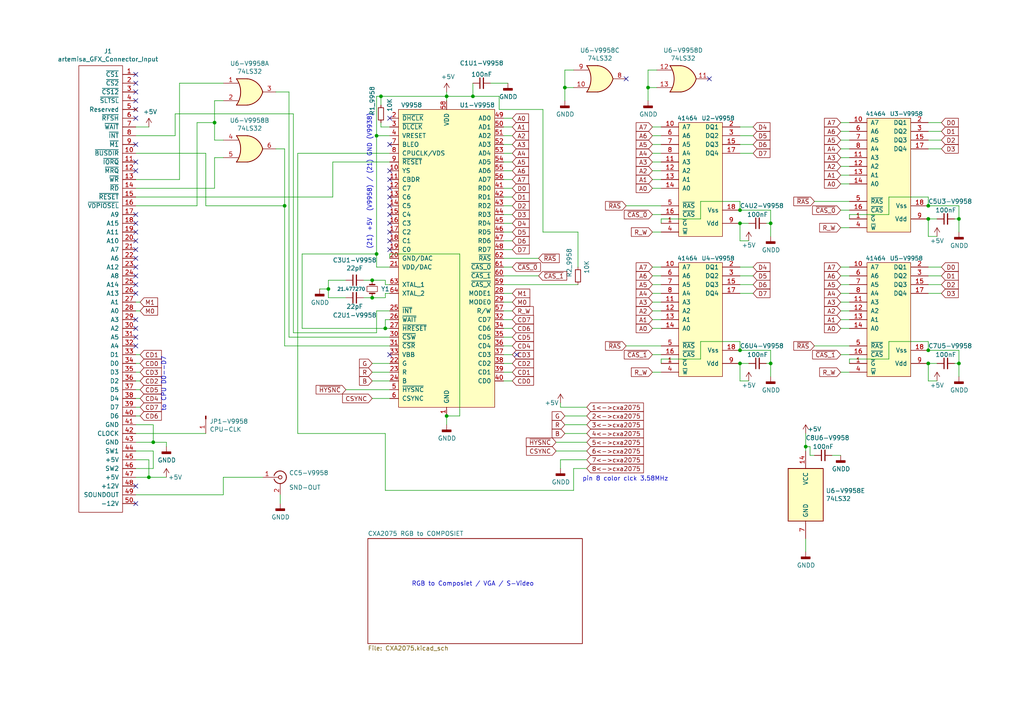
<source format=kicad_sch>
(kicad_sch (version 20211123) (generator eeschema)
  (paper "A4")
  (junction (at 44.45 128.27))
  (junction (at 278.13 105.41))
  (junction (at 82.55 59.69))
  (junction (at 269.24 59.69))
  (junction (at 214.63 64.77))
  (junction (at 214.63 101.6))
  (junction (at 107.95 86.36))
  (junction (at 110.49 27.94))
  (junction (at 187.96 25.4))
  (junction (at 109.22 39.37))
  (junction (at 62.23 35.56))
  (junction (at 214.63 60.96))
  (junction (at 163.83 25.4))
  (junction (at 129.54 120.65))
  (junction (at 223.52 105.41))
  (junction (at 223.52 64.77))
  (junction (at 129.54 27.94))
  (junction (at 214.63 105.41))
  (junction (at 269.24 105.41))
  (junction (at 278.13 63.5))
  (junction (at 107.95 81.28))
  (junction (at 233.68 129.54))
  (junction (at 111.76 95.25))
  (junction (at 269.24 101.6))
  (junction (at 137.16 27.94))
  (junction (at 269.24 63.5))
  (junction (at 43.18 138.43))
  (junction (at 109.22 73.66))
  (junction (at 95.25 83.82))
  (no_connect (at 39.37 92.71))
  (no_connect (at 39.37 74.93))
  (no_connect (at 181.61 22.86))
  (no_connect (at 113.03 57.15))
  (no_connect (at 39.37 97.79))
  (no_connect (at 39.37 64.77))
  (no_connect (at 39.37 46.99))
  (no_connect (at 205.74 22.86))
  (no_connect (at 39.37 31.75))
  (no_connect (at 39.37 29.21))
  (no_connect (at 113.03 62.23))
  (no_connect (at 113.03 67.31))
  (no_connect (at 113.03 102.87))
  (no_connect (at 149.86 102.87))
  (no_connect (at 39.37 21.59))
  (no_connect (at 113.03 49.53))
  (no_connect (at 39.37 34.29))
  (no_connect (at 39.37 67.31))
  (no_connect (at 39.37 82.55))
  (no_connect (at 39.37 24.13))
  (no_connect (at 39.37 140.97))
  (no_connect (at 39.37 95.25))
  (no_connect (at 113.03 64.77))
  (no_connect (at 113.03 54.61))
  (no_connect (at 39.37 72.39))
  (no_connect (at 39.37 80.01))
  (no_connect (at 113.03 34.29))
  (no_connect (at 39.37 69.85))
  (no_connect (at 39.37 26.67))
  (no_connect (at 39.37 77.47))
  (no_connect (at 39.37 85.09))
  (no_connect (at 39.37 100.33))
  (no_connect (at 113.03 52.07))
  (no_connect (at 113.03 72.39))
  (no_connect (at 39.37 41.91))
  (no_connect (at 39.37 62.23))
  (no_connect (at 113.03 59.69))
  (no_connect (at 113.03 41.91))
  (no_connect (at 113.03 69.85))
  (no_connect (at 39.37 146.05))
  (no_connect (at 39.37 49.53))
  (wire (pts (xy 191.77 104.14) (xy 203.2 104.14)))
  (wire (pts (xy 52.07 24.13) (xy 64.77 24.13)))
  (wire (pts (xy 191.77 95.25) (xy 189.23 95.25)))
  (wire (pts (xy 146.05 72.39) (xy 148.59 72.39)))
  (wire (pts (xy 243.84 66.04) (xy 246.38 66.04)))
  (wire (pts (xy 43.18 133.35) (xy 43.18 138.43)))
  (wire (pts (xy 148.59 95.25) (xy 146.05 95.25)))
  (wire (pts (xy 243.84 87.63) (xy 246.38 87.63)))
  (wire (pts (xy 243.84 45.72) (xy 246.38 45.72)))
  (wire (pts (xy 187.96 25.4) (xy 187.96 29.21)))
  (wire (pts (xy 39.37 107.95) (xy 40.64 107.95)))
  (wire (pts (xy 39.37 54.61) (xy 62.23 54.61)))
  (wire (pts (xy 189.23 36.83) (xy 191.77 36.83)))
  (wire (pts (xy 191.77 64.77) (xy 191.77 63.5)))
  (wire (pts (xy 246.38 85.09) (xy 243.84 85.09)))
  (wire (pts (xy 111.76 82.55) (xy 113.03 82.55)))
  (wire (pts (xy 189.23 54.61) (xy 191.77 54.61)))
  (wire (pts (xy 44.45 128.27) (xy 39.37 128.27)))
  (wire (pts (xy 246.38 105.41) (xy 246.38 104.14)))
  (wire (pts (xy 246.38 63.5) (xy 246.38 62.23)))
  (wire (pts (xy 100.33 113.03) (xy 113.03 113.03)))
  (wire (pts (xy 167.64 67.31) (xy 167.64 77.47)))
  (wire (pts (xy 111.76 92.71) (xy 111.76 95.25)))
  (wire (pts (xy 62.23 40.64) (xy 64.77 40.64)))
  (wire (pts (xy 85.09 96.52) (xy 85.09 33.02)))
  (wire (pts (xy 113.03 90.17) (xy 109.22 90.17)))
  (wire (pts (xy 218.44 82.55) (xy 214.63 82.55)))
  (wire (pts (xy 113.03 92.71) (xy 111.76 92.71)))
  (wire (pts (xy 111.76 125.73) (xy 86.36 125.73)))
  (wire (pts (xy 214.63 69.85) (xy 217.17 69.85)))
  (wire (pts (xy 146.05 52.07) (xy 148.59 52.07)))
  (wire (pts (xy 223.52 101.6) (xy 223.52 105.41)))
  (wire (pts (xy 146.05 67.31) (xy 148.59 67.31)))
  (wire (pts (xy 234.95 132.08) (xy 236.22 132.08)))
  (wire (pts (xy 191.77 52.07) (xy 189.23 52.07)))
  (wire (pts (xy 243.84 107.95) (xy 246.38 107.95)))
  (wire (pts (xy 133.35 120.65) (xy 129.54 120.65)))
  (wire (pts (xy 146.05 82.55) (xy 167.64 82.55)))
  (wire (pts (xy 189.23 77.47) (xy 191.77 77.47)))
  (wire (pts (xy 222.25 64.77) (xy 223.52 64.77)))
  (wire (pts (xy 113.03 77.47) (xy 109.22 77.47)))
  (wire (pts (xy 39.37 120.65) (xy 40.64 120.65)))
  (wire (pts (xy 163.83 125.73) (xy 170.18 125.73)))
  (wire (pts (xy 189.23 107.95) (xy 191.77 107.95)))
  (wire (pts (xy 269.24 85.09) (xy 273.05 85.09)))
  (wire (pts (xy 269.24 68.58) (xy 271.78 68.58)))
  (wire (pts (xy 269.24 101.6) (xy 278.13 101.6)))
  (wire (pts (xy 100.33 86.36) (xy 95.25 86.36)))
  (wire (pts (xy 39.37 143.51) (xy 64.77 143.51)))
  (wire (pts (xy 269.24 99.06) (xy 269.24 101.6)))
  (wire (pts (xy 214.63 60.96) (xy 223.52 60.96)))
  (wire (pts (xy 223.52 105.41) (xy 223.52 109.22)))
  (wire (pts (xy 269.24 63.5) (xy 271.78 63.5)))
  (wire (pts (xy 243.84 35.56) (xy 246.38 35.56)))
  (wire (pts (xy 109.22 77.47) (xy 109.22 73.66)))
  (wire (pts (xy 166.37 25.4) (xy 163.83 25.4)))
  (wire (pts (xy 43.18 138.43) (xy 39.37 138.43)))
  (wire (pts (xy 257.81 62.23) (xy 257.81 57.15)))
  (wire (pts (xy 276.86 105.41) (xy 278.13 105.41)))
  (wire (pts (xy 218.44 36.83) (xy 214.63 36.83)))
  (wire (pts (xy 111.76 142.24) (xy 111.76 125.73)))
  (wire (pts (xy 39.37 105.41) (xy 40.64 105.41)))
  (wire (pts (xy 110.49 35.56) (xy 110.49 36.83)))
  (wire (pts (xy 161.29 128.27) (xy 170.18 128.27)))
  (wire (pts (xy 269.24 105.41) (xy 269.24 110.49)))
  (wire (pts (xy 214.63 58.42) (xy 214.63 60.96)))
  (wire (pts (xy 44.45 128.27) (xy 48.26 128.27)))
  (wire (pts (xy 278.13 59.69) (xy 278.13 63.5)))
  (wire (pts (xy 95.25 83.82) (xy 92.71 83.82)))
  (wire (pts (xy 162.56 118.11) (xy 170.18 118.11)))
  (wire (pts (xy 243.84 82.55) (xy 246.38 82.55)))
  (wire (pts (xy 110.49 27.94) (xy 129.54 27.94)))
  (wire (pts (xy 96.52 57.15) (xy 96.52 46.99)))
  (wire (pts (xy 148.59 90.17) (xy 146.05 90.17)))
  (wire (pts (xy 243.84 60.96) (xy 246.38 60.96)))
  (wire (pts (xy 243.84 102.87) (xy 246.38 102.87)))
  (wire (pts (xy 243.84 50.8) (xy 246.38 50.8)))
  (wire (pts (xy 156.21 80.01) (xy 146.05 80.01)))
  (wire (pts (xy 189.23 62.23) (xy 191.77 62.23)))
  (wire (pts (xy 181.61 100.33) (xy 191.77 100.33)))
  (wire (pts (xy 214.63 101.6) (xy 223.52 101.6)))
  (wire (pts (xy 148.59 54.61) (xy 146.05 54.61)))
  (wire (pts (xy 146.05 62.23) (xy 148.59 62.23)))
  (wire (pts (xy 214.63 64.77) (xy 214.63 69.85)))
  (wire (pts (xy 146.05 102.87) (xy 148.59 102.87)))
  (wire (pts (xy 109.22 96.52) (xy 85.09 96.52)))
  (wire (pts (xy 109.22 90.17) (xy 109.22 96.52)))
  (wire (pts (xy 137.16 27.94) (xy 129.54 27.94)))
  (wire (pts (xy 95.25 86.36) (xy 95.25 83.82)))
  (wire (pts (xy 203.2 104.14) (xy 203.2 99.06)))
  (wire (pts (xy 39.37 123.19) (xy 44.45 123.19)))
  (wire (pts (xy 146.05 49.53) (xy 148.59 49.53)))
  (wire (pts (xy 86.36 125.73) (xy 86.36 44.45)))
  (wire (pts (xy 113.03 74.93) (xy 113.03 73.66)))
  (wire (pts (xy 218.44 44.45) (xy 214.63 44.45)))
  (wire (pts (xy 257.81 104.14) (xy 257.81 99.06)))
  (wire (pts (xy 39.37 118.11) (xy 40.64 118.11)))
  (wire (pts (xy 39.37 90.17) (xy 40.64 90.17)))
  (wire (pts (xy 62.23 54.61) (xy 62.23 45.72)))
  (wire (pts (xy 50.8 39.37) (xy 39.37 39.37)))
  (wire (pts (xy 191.77 63.5) (xy 203.2 63.5)))
  (wire (pts (xy 111.76 86.36) (xy 111.76 85.09)))
  (wire (pts (xy 142.24 24.13) (xy 147.32 24.13)))
  (wire (pts (xy 269.24 38.1) (xy 273.05 38.1)))
  (wire (pts (xy 113.03 107.95) (xy 107.95 107.95)))
  (wire (pts (xy 246.38 48.26) (xy 243.84 48.26)))
  (wire (pts (xy 166.37 20.32) (xy 163.83 20.32)))
  (wire (pts (xy 82.55 43.18) (xy 80.01 43.18)))
  (wire (pts (xy 146.05 39.37) (xy 148.59 39.37)))
  (wire (pts (xy 95.25 81.28) (xy 95.25 83.82)))
  (wire (pts (xy 191.77 80.01) (xy 189.23 80.01)))
  (wire (pts (xy 148.59 100.33) (xy 146.05 100.33)))
  (wire (pts (xy 39.37 52.07) (xy 52.07 52.07)))
  (wire (pts (xy 214.63 80.01) (xy 218.44 80.01)))
  (wire (pts (xy 48.26 128.27) (xy 48.26 129.54)))
  (wire (pts (xy 166.37 142.24) (xy 111.76 142.24)))
  (wire (pts (xy 146.05 87.63) (xy 148.59 87.63)))
  (wire (pts (xy 44.45 135.89) (xy 39.37 135.89)))
  (wire (pts (xy 203.2 99.06) (xy 214.63 99.06)))
  (wire (pts (xy 214.63 85.09) (xy 218.44 85.09)))
  (wire (pts (xy 191.77 85.09) (xy 189.23 85.09)))
  (wire (pts (xy 214.63 105.41) (xy 217.17 105.41)))
  (wire (pts (xy 148.59 59.69) (xy 146.05 59.69)))
  (wire (pts (xy 39.37 130.81) (xy 44.45 130.81)))
  (wire (pts (xy 52.07 52.07) (xy 52.07 24.13)))
  (wire (pts (xy 191.77 46.99) (xy 189.23 46.99)))
  (wire (pts (xy 59.69 44.45) (xy 59.69 59.69)))
  (wire (pts (xy 82.55 59.69) (xy 82.55 43.18)))
  (wire (pts (xy 190.5 20.32) (xy 187.96 20.32)))
  (wire (pts (xy 137.16 24.13) (xy 137.16 27.94)))
  (wire (pts (xy 246.38 104.14) (xy 257.81 104.14)))
  (wire (pts (xy 62.23 29.21) (xy 62.23 35.56)))
  (wire (pts (xy 105.41 81.28) (xy 107.95 81.28)))
  (wire (pts (xy 111.76 81.28) (xy 111.76 82.55)))
  (wire (pts (xy 83.82 26.67) (xy 83.82 97.79)))
  (wire (pts (xy 243.84 92.71) (xy 246.38 92.71)))
  (wire (pts (xy 107.95 105.41) (xy 113.03 105.41)))
  (wire (pts (xy 144.78 27.94) (xy 144.78 31.75)))
  (wire (pts (xy 214.63 105.41) (xy 214.63 110.49)))
  (wire (pts (xy 187.96 20.32) (xy 187.96 25.4)))
  (wire (pts (xy 87.63 95.25) (xy 87.63 73.66)))
  (wire (pts (xy 214.63 99.06) (xy 214.63 101.6)))
  (wire (pts (xy 148.59 85.09) (xy 146.05 85.09)))
  (wire (pts (xy 233.68 129.54) (xy 234.95 129.54)))
  (wire (pts (xy 133.35 73.66) (xy 133.35 120.65)))
  (wire (pts (xy 246.38 38.1) (xy 243.84 38.1)))
  (wire (pts (xy 129.54 27.94) (xy 129.54 29.21)))
  (wire (pts (xy 100.33 81.28) (xy 95.25 81.28)))
  (wire (pts (xy 44.45 130.81) (xy 44.45 135.89)))
  (wire (pts (xy 166.37 135.89) (xy 170.18 135.89)))
  (wire (pts (xy 57.15 35.56) (xy 62.23 35.56)))
  (wire (pts (xy 64.77 143.51) (xy 64.77 138.43)))
  (wire (pts (xy 181.61 59.69) (xy 191.77 59.69)))
  (wire (pts (xy 105.41 86.36) (xy 107.95 86.36)))
  (wire (pts (xy 163.83 123.19) (xy 170.18 123.19)))
  (wire (pts (xy 107.95 115.57) (xy 113.03 115.57)))
  (wire (pts (xy 233.68 129.54) (xy 233.68 130.81)))
  (wire (pts (xy 189.23 67.31) (xy 191.77 67.31)))
  (wire (pts (xy 269.24 105.41) (xy 271.78 105.41)))
  (wire (pts (xy 148.59 34.29) (xy 146.05 34.29)))
  (wire (pts (xy 39.37 133.35) (xy 43.18 133.35)))
  (wire (pts (xy 64.77 29.21) (xy 62.23 29.21)))
  (wire (pts (xy 190.5 25.4) (xy 187.96 25.4)))
  (wire (pts (xy 214.63 110.49) (xy 217.17 110.49)))
  (wire (pts (xy 39.37 113.03) (xy 40.64 113.03)))
  (wire (pts (xy 234.95 129.54) (xy 234.95 132.08)))
  (wire (pts (xy 189.23 39.37) (xy 191.77 39.37)))
  (wire (pts (xy 137.16 27.94) (xy 144.78 27.94)))
  (wire (pts (xy 246.38 100.33) (xy 236.22 100.33)))
  (wire (pts (xy 273.05 82.55) (xy 269.24 82.55)))
  (wire (pts (xy 113.03 100.33) (xy 82.55 100.33)))
  (wire (pts (xy 269.24 110.49) (xy 271.78 110.49)))
  (wire (pts (xy 146.05 107.95) (xy 148.59 107.95)))
  (wire (pts (xy 148.59 46.99) (xy 146.05 46.99)))
  (wire (pts (xy 113.03 73.66) (xy 133.35 73.66)))
  (wire (pts (xy 222.25 105.41) (xy 223.52 105.41)))
  (wire (pts (xy 269.24 57.15) (xy 269.24 59.69)))
  (wire (pts (xy 107.95 81.28) (xy 111.76 81.28)))
  (wire (pts (xy 129.54 120.65) (xy 129.54 123.19)))
  (wire (pts (xy 146.05 97.79) (xy 148.59 97.79)))
  (wire (pts (xy 191.77 105.41) (xy 191.77 104.14)))
  (wire (pts (xy 273.05 77.47) (xy 269.24 77.47)))
  (wire (pts (xy 189.23 102.87) (xy 191.77 102.87)))
  (wire (pts (xy 162.56 118.11) (xy 162.56 116.84)))
  (wire (pts (xy 189.23 82.55) (xy 191.77 82.55)))
  (wire (pts (xy 148.59 77.47) (xy 146.05 77.47)))
  (wire (pts (xy 148.59 36.83) (xy 146.05 36.83)))
  (wire (pts (xy 269.24 43.18) (xy 273.05 43.18)))
  (wire (pts (xy 162.56 133.35) (xy 162.56 135.89)))
  (wire (pts (xy 189.23 92.71) (xy 191.77 92.71)))
  (wire (pts (xy 257.81 57.15) (xy 269.24 57.15)))
  (wire (pts (xy 246.38 80.01) (xy 243.84 80.01)))
  (wire (pts (xy 214.63 64.77) (xy 217.17 64.77)))
  (wire (pts (xy 163.83 120.65) (xy 170.18 120.65)))
  (wire (pts (xy 113.03 95.25) (xy 111.76 95.25)))
  (wire (pts (xy 161.29 130.81) (xy 170.18 130.81)))
  (wire (pts (xy 109.22 27.94) (xy 110.49 27.94)))
  (wire (pts (xy 39.37 36.83) (xy 43.18 36.83)))
  (wire (pts (xy 110.49 36.83) (xy 113.03 36.83)))
  (wire (pts (xy 243.84 77.47) (xy 246.38 77.47)))
  (wire (pts (xy 109.22 39.37) (xy 113.03 39.37)))
  (wire (pts (xy 218.44 39.37) (xy 214.63 39.37)))
  (wire (pts (xy 148.59 57.15) (xy 146.05 57.15)))
  (wire (pts (xy 162.56 133.35) (xy 170.18 133.35)))
  (wire (pts (xy 81.28 143.51) (xy 81.28 146.05)))
  (wire (pts (xy 111.76 85.09) (xy 113.03 85.09)))
  (wire (pts (xy 189.23 87.63) (xy 191.77 87.63)))
  (wire (pts (xy 107.95 86.36) (xy 111.76 86.36)))
  (wire (pts (xy 233.68 156.21) (xy 233.68 160.02)))
  (wire (pts (xy 257.81 99.06) (xy 269.24 99.06)))
  (wire (pts (xy 278.13 105.41) (xy 278.13 109.22)))
  (wire (pts (xy 144.78 31.75) (xy 157.48 31.75)))
  (wire (pts (xy 278.13 101.6) (xy 278.13 105.41)))
  (wire (pts (xy 276.86 63.5) (xy 278.13 63.5)))
  (wire (pts (xy 85.09 33.02) (xy 50.8 33.02)))
  (wire (pts (xy 96.52 46.99) (xy 113.03 46.99)))
  (wire (pts (xy 39.37 59.69) (xy 57.15 59.69)))
  (wire (pts (xy 233.68 125.73) (xy 233.68 129.54)))
  (wire (pts (xy 203.2 58.42) (xy 214.63 58.42)))
  (wire (pts (xy 110.49 30.48) (xy 110.49 27.94)))
  (wire (pts (xy 39.37 44.45) (xy 59.69 44.45)))
  (wire (pts (xy 157.48 31.75) (xy 157.48 67.31)))
  (wire (pts (xy 39.37 102.87) (xy 40.64 102.87)))
  (wire (pts (xy 148.59 110.49) (xy 146.05 110.49)))
  (wire (pts (xy 273.05 40.64) (xy 269.24 40.64)))
  (wire (pts (xy 157.48 67.31) (xy 167.64 67.31)))
  (wire (pts (xy 129.54 26.67) (xy 129.54 27.94)))
  (wire (pts (xy 64.77 138.43) (xy 76.2 138.43)))
  (wire (pts (xy 203.2 63.5) (xy 203.2 58.42)))
  (wire (pts (xy 39.37 87.63) (xy 40.64 87.63)))
  (wire (pts (xy 163.83 20.32) (xy 163.83 25.4)))
  (wire (pts (xy 246.38 90.17) (xy 243.84 90.17)))
  (wire (pts (xy 43.18 138.43) (xy 48.26 138.43)))
  (wire (pts (xy 57.15 35.56) (xy 57.15 59.69)))
  (wire (pts (xy 62.23 35.56) (xy 62.23 40.64)))
  (wire (pts (xy 148.59 64.77) (xy 146.05 64.77)))
  (wire (pts (xy 148.59 41.91) (xy 146.05 41.91)))
  (wire (pts (xy 189.23 41.91) (xy 191.77 41.91)))
  (wire (pts (xy 189.23 44.45) (xy 191.77 44.45)))
  (wire (pts (xy 246.38 53.34) (xy 243.84 53.34)))
  (wire (pts (xy 273.05 35.56) (xy 269.24 35.56)))
  (wire (pts (xy 82.55 100.33) (xy 82.55 59.69)))
  (wire (pts (xy 109.22 39.37) (xy 109.22 27.94)))
  (wire (pts (xy 189.23 49.53) (xy 191.77 49.53)))
  (wire (pts (xy 62.23 45.72) (xy 64.77 45.72)))
  (wire (pts (xy 241.3 132.08) (xy 243.84 132.08)))
  (wire (pts (xy 166.37 135.89) (xy 166.37 142.24)))
  (wire (pts (xy 246.38 95.25) (xy 243.84 95.25)))
  (wire (pts (xy 39.37 110.49) (xy 40.64 110.49)))
  (wire (pts (xy 269.24 80.01) (xy 273.05 80.01)))
  (wire (pts (xy 269.24 59.69) (xy 278.13 59.69)))
  (wire (pts (xy 39.37 57.15) (xy 96.52 57.15)))
  (wire (pts (xy 87.63 73.66) (xy 109.22 73.66)))
  (wire (pts (xy 44.45 123.19) (xy 44.45 128.27)))
  (wire (pts (xy 223.52 64.77) (xy 223.52 68.58)))
  (wire (pts (xy 243.84 40.64) (xy 246.38 40.64)))
  (wire (pts (xy 148.59 105.41) (xy 146.05 105.41)))
  (wire (pts (xy 83.82 97.79) (xy 113.03 97.79)))
  (wire (pts (xy 146.05 92.71) (xy 148.59 92.71)))
  (wire (pts (xy 80.01 26.67) (xy 83.82 26.67)))
  (wire (pts (xy 246.38 62.23) (xy 257.81 62.23)))
  (wire (pts (xy 59.69 59.69) (xy 82.55 59.69)))
  (wire (pts (xy 163.83 25.4) (xy 163.83 29.21)))
  (wire (pts (xy 111.76 95.25) (xy 87.63 95.25)))
  (wire (pts (xy 246.38 43.18) (xy 243.84 43.18)))
  (wire (pts (xy 50.8 33.02) (xy 50.8 39.37)))
  (wire (pts (xy 191.77 90.17) (xy 189.23 90.17)))
  (wire (pts (xy 223.52 60.96) (xy 223.52 64.77)))
  (wire (pts (xy 269.24 63.5) (xy 269.24 68.58)))
  (wire (pts (xy 146.05 44.45) (xy 148.59 44.45)))
  (wire (pts (xy 148.59 69.85) (xy 146.05 69.85)))
  (wire (pts (xy 214.63 41.91) (xy 218.44 41.91)))
  (wire (pts (xy 86.36 44.45) (xy 113.03 44.45)))
  (wire (pts (xy 109.22 73.66) (xy 109.22 39.37)))
  (wire (pts (xy 236.22 58.42) (xy 246.38 58.42)))
  (wire (pts (xy 278.13 63.5) (xy 278.13 67.31)))
  (wire (pts (xy 39.37 115.57) (xy 40.64 115.57)))
  (wire (pts (xy 218.44 77.47) (xy 214.63 77.47)))
  (wire (pts (xy 39.37 125.73) (xy 59.69 125.73)))
  (wire (pts (xy 107.95 110.49) (xy 113.03 110.49)))
  (wire (pts (xy 156.21 74.93) (xy 146.05 74.93)))
  (text "pin 8 color clck 3.58MHz" (at 168.91 139.7 0) (effects (font (size 1.27 1.27)) (justify left bottom)))
  (text "(21) +5V  (V9958) / (21) GND (V9938)" (at 107.95 72.39 90) (effects (font (size 1.27 1.27)) (justify left bottom)))
  (text "to CPU D0--D7" (at 48.26 119.38 90) (effects (font (size 1.27 1.27)) (justify left bottom)))
  (text "RGB to Composiet / VGA / S-Video" (at 119.38 170.18 0) (effects (font (size 1.27 1.27)) (justify left bottom)))
  (global_label "~{CAS_1}" (shape input) (at 243.84 102.87 180) (property "Intersheet-verwijzingen" "${INTERSHEET_REFS}" (effects hide)))
  (global_label "D3" (shape input) (at 273.05 85.09 0) (property "Intersheet-verwijzingen" "${INTERSHEET_REFS}" (effects hide)))
  (global_label "M1" (shape input) (at 40.64 87.63 0) (property "Intersheet-verwijzingen" "${INTERSHEET_REFS}" (effects hide)))
  (global_label "D3" (shape input) (at 273.05 43.18 0) (property "Intersheet-verwijzingen" "${INTERSHEET_REFS}" (effects hide)))
  (global_label "A2" (shape input) (at 189.23 49.53 180) (property "Intersheet-verwijzingen" "${INTERSHEET_REFS}" (effects hide)))
  (global_label "~{CAS_1}" (shape input) (at 156.21 80.01 0) (property "Intersheet-verwijzingen" "${INTERSHEET_REFS}" (effects hide)))
  (global_label "A1" (shape input) (at 189.23 52.07 180) (property "Intersheet-verwijzingen" "${INTERSHEET_REFS}" (effects hide)))
  (global_label "A7" (shape input) (at 243.84 77.47 180) (property "Intersheet-verwijzingen" "${INTERSHEET_REFS}" (effects hide)))
  (global_label "A2" (shape input) (at 243.84 48.26 180) (property "Intersheet-verwijzingen" "${INTERSHEET_REFS}" (effects hide)))
  (global_label "D4" (shape input) (at 218.44 77.47 0) (property "Intersheet-verwijzingen" "${INTERSHEET_REFS}" (effects hide)))
  (global_label "1<->cxa2075" (shape input) (at 170.18 118.11 0) (property "Intersheet-verwijzingen" "${INTERSHEET_REFS}" (effects hide)))
  (global_label "B" (shape input) (at 107.95 110.49 180) (property "Intersheet-verwijzingen" "${INTERSHEET_REFS}" (effects hide)))
  (global_label "D1" (shape input) (at 148.59 57.15 0) (property "Intersheet-verwijzingen" "${INTERSHEET_REFS}" (effects hide)))
  (global_label "CD4" (shape input) (at 148.59 100.33 0) (property "Intersheet-verwijzingen" "${INTERSHEET_REFS}" (effects hide)))
  (global_label "D1" (shape input) (at 273.05 80.01 0) (property "Intersheet-verwijzingen" "${INTERSHEET_REFS}" (effects hide)))
  (global_label "A5" (shape input) (at 189.23 82.55 180) (property "Intersheet-verwijzingen" "${INTERSHEET_REFS}" (effects hide)))
  (global_label "D4" (shape input) (at 148.59 64.77 0) (property "Intersheet-verwijzingen" "${INTERSHEET_REFS}" (effects hide)))
  (global_label "A0" (shape input) (at 189.23 95.25 180) (property "Intersheet-verwijzingen" "${INTERSHEET_REFS}" (effects hide)))
  (global_label "A3" (shape input) (at 189.23 87.63 180) (property "Intersheet-verwijzingen" "${INTERSHEET_REFS}" (effects hide)))
  (global_label "CD1" (shape input) (at 40.64 102.87 0) (property "Intersheet-verwijzingen" "${INTERSHEET_REFS}" (effects hide)))
  (global_label "D6" (shape input) (at 218.44 41.91 0) (property "Intersheet-verwijzingen" "${INTERSHEET_REFS}" (effects hide)))
  (global_label "A2" (shape input) (at 148.59 39.37 0) (property "Intersheet-verwijzingen" "${INTERSHEET_REFS}" (effects hide)))
  (global_label "A7" (shape input) (at 148.59 52.07 0) (property "Intersheet-verwijzingen" "${INTERSHEET_REFS}" (effects hide)))
  (global_label "A6" (shape input) (at 148.59 49.53 0) (property "Intersheet-verwijzingen" "${INTERSHEET_REFS}" (effects hide)))
  (global_label "D4" (shape input) (at 218.44 36.83 0) (property "Intersheet-verwijzingen" "${INTERSHEET_REFS}" (effects hide)))
  (global_label "D0" (shape input) (at 273.05 35.56 0) (property "Intersheet-verwijzingen" "${INTERSHEET_REFS}" (effects hide)))
  (global_label "D1" (shape input) (at 273.05 38.1 0) (property "Intersheet-verwijzingen" "${INTERSHEET_REFS}" (effects hide)))
  (global_label "A0" (shape input) (at 148.59 34.29 0) (property "Intersheet-verwijzingen" "${INTERSHEET_REFS}" (effects hide)))
  (global_label "CD5" (shape input) (at 40.64 113.03 0) (property "Intersheet-verwijzingen" "${INTERSHEET_REFS}" (effects hide)))
  (global_label "D2" (shape input) (at 273.05 82.55 0) (property "Intersheet-verwijzingen" "${INTERSHEET_REFS}" (effects hide)))
  (global_label "R_W" (shape input) (at 243.84 66.04 180) (property "Intersheet-verwijzingen" "${INTERSHEET_REFS}" (effects hide)))
  (global_label "4<->cxa2075" (shape input) (at 170.18 125.73 0) (property "Intersheet-verwijzingen" "${INTERSHEET_REFS}" (effects hide)))
  (global_label "~{HYSNC}" (shape input) (at 100.33 113.03 180) (property "Intersheet-verwijzingen" "${INTERSHEET_REFS}" (effects hide)))
  (global_label "CD6" (shape input) (at 148.59 95.25 0) (property "Intersheet-verwijzingen" "${INTERSHEET_REFS}" (effects hide)))
  (global_label "A0" (shape input) (at 189.23 54.61 180) (property "Intersheet-verwijzingen" "${INTERSHEET_REFS}" (effects hide)))
  (global_label "8<->cxa2075" (shape input) (at 170.18 135.89 0) (property "Intersheet-verwijzingen" "${INTERSHEET_REFS}" (effects hide)))
  (global_label "CD3" (shape input) (at 40.64 107.95 0) (property "Intersheet-verwijzingen" "${INTERSHEET_REFS}" (effects hide)))
  (global_label "CD0" (shape input) (at 40.64 105.41 0) (property "Intersheet-verwijzingen" "${INTERSHEET_REFS}" (effects hide)))
  (global_label "A3" (shape input) (at 243.84 45.72 180) (property "Intersheet-verwijzingen" "${INTERSHEET_REFS}" (effects hide)))
  (global_label "G" (shape input) (at 107.95 105.41 180) (property "Intersheet-verwijzingen" "${INTERSHEET_REFS}" (effects hide)))
  (global_label "R_W" (shape input) (at 189.23 67.31 180) (property "Intersheet-verwijzingen" "${INTERSHEET_REFS}" (effects hide)))
  (global_label "A3" (shape input) (at 189.23 46.99 180) (property "Intersheet-verwijzingen" "${INTERSHEET_REFS}" (effects hide)))
  (global_label "A4" (shape input) (at 189.23 85.09 180) (property "Intersheet-verwijzingen" "${INTERSHEET_REFS}" (effects hide)))
  (global_label "A7" (shape input) (at 189.23 77.47 180) (property "Intersheet-verwijzingen" "${INTERSHEET_REFS}" (effects hide)))
  (global_label "A0" (shape input) (at 243.84 53.34 180) (property "Intersheet-verwijzingen" "${INTERSHEET_REFS}" (effects hide)))
  (global_label "A6" (shape input) (at 189.23 39.37 180) (property "Intersheet-verwijzingen" "${INTERSHEET_REFS}" (effects hide)))
  (global_label "~{CAS_0}" (shape input) (at 243.84 60.96 180) (property "Intersheet-verwijzingen" "${INTERSHEET_REFS}" (effects hide)))
  (global_label "A1" (shape input) (at 189.23 92.71 180) (property "Intersheet-verwijzingen" "${INTERSHEET_REFS}" (effects hide)))
  (global_label "R_W" (shape input) (at 243.84 107.95 180) (property "Intersheet-verwijzingen" "${INTERSHEET_REFS}" (effects hide)))
  (global_label "A1" (shape input) (at 243.84 50.8 180) (property "Intersheet-verwijzingen" "${INTERSHEET_REFS}" (effects hide)))
  (global_label "A5" (shape input) (at 243.84 82.55 180) (property "Intersheet-verwijzingen" "${INTERSHEET_REFS}" (effects hide)))
  (global_label "D6" (shape input) (at 218.44 82.55 0) (property "Intersheet-verwijzingen" "${INTERSHEET_REFS}" (effects hide)))
  (global_label "D7" (shape input) (at 218.44 44.45 0) (property "Intersheet-verwijzingen" "${INTERSHEET_REFS}" (effects hide)))
  (global_label "D3" (shape input) (at 148.59 62.23 0) (property "Intersheet-verwijzingen" "${INTERSHEET_REFS}" (effects hide)))
  (global_label "A3" (shape input) (at 243.84 87.63 180) (property "Intersheet-verwijzingen" "${INTERSHEET_REFS}" (effects hide)))
  (global_label "A7" (shape input) (at 189.23 36.83 180) (property "Intersheet-verwijzingen" "${INTERSHEET_REFS}" (effects hide)))
  (global_label "M0" (shape input) (at 40.64 90.17 0) (property "Intersheet-verwijzingen" "${INTERSHEET_REFS}" (effects hide)))
  (global_label "B" (shape input) (at 163.83 125.73 180) (property "Intersheet-verwijzingen" "${INTERSHEET_REFS}" (effects hide)))
  (global_label "A7" (shape input) (at 243.84 35.56 180) (property "Intersheet-verwijzingen" "${INTERSHEET_REFS}" (effects hide)))
  (global_label "A4" (shape input) (at 243.84 43.18 180) (property "Intersheet-verwijzingen" "${INTERSHEET_REFS}" (effects hide)))
  (global_label "D0" (shape input) (at 273.05 77.47 0) (property "Intersheet-verwijzingen" "${INTERSHEET_REFS}" (effects hide)))
  (global_label "~{CAS_0}" (shape input) (at 148.59 77.47 0) (property "Intersheet-verwijzingen" "${INTERSHEET_REFS}" (effects hide)))
  (global_label "~{RAS}" (shape input) (at 156.21 74.93 0) (property "Intersheet-verwijzingen" "${INTERSHEET_REFS}" (effects hide)))
  (global_label "A0" (shape input) (at 243.84 95.25 180) (property "Intersheet-verwijzingen" "${INTERSHEET_REFS}" (effects hide)))
  (global_label "~{RAS}" (shape input) (at 236.22 58.42 180) (property "Intersheet-verwijzingen" "${INTERSHEET_REFS}" (effects hide)))
  (global_label "D5" (shape input) (at 218.44 80.01 0) (property "Intersheet-verwijzingen" "${INTERSHEET_REFS}" (effects hide)))
  (global_label "R" (shape input) (at 107.95 107.95 180) (property "Intersheet-verwijzingen" "${INTERSHEET_REFS}" (effects hide)))
  (global_label "~{RAS}" (shape input) (at 236.22 100.33 180) (property "Intersheet-verwijzingen" "${INTERSHEET_REFS}" (effects hide)))
  (global_label "A6" (shape input) (at 243.84 80.01 180) (property "Intersheet-verwijzingen" "${INTERSHEET_REFS}" (effects hide)))
  (global_label "A6" (shape input) (at 189.23 80.01 180) (property "Intersheet-verwijzingen" "${INTERSHEET_REFS}" (effects hide)))
  (global_label "A4" (shape input) (at 189.23 44.45 180) (property "Intersheet-verwijzingen" "${INTERSHEET_REFS}" (effects hide)))
  (global_label "CD3" (shape input) (at 148.59 102.87 0) (property "Intersheet-verwijzingen" "${INTERSHEET_REFS}" (effects hide)))
  (global_label "CD5" (shape input) (at 148.59 97.79 0) (property "Intersheet-verwijzingen" "${INTERSHEET_REFS}" (effects hide)))
  (global_label "D7" (shape input) (at 148.59 72.39 0) (property "Intersheet-verwijzingen" "${INTERSHEET_REFS}" (effects hide)))
  (global_label "CD0" (shape input) (at 148.59 110.49 0) (property "Intersheet-verwijzingen" "${INTERSHEET_REFS}" (effects hide)))
  (global_label "~{CAS_1}" (shape input) (at 189.23 102.87 180) (property "Intersheet-verwijzingen" "${INTERSHEET_REFS}" (effects hide)))
  (global_label "A1" (shape input) (at 148.59 36.83 0) (property "Intersheet-verwijzingen" "${INTERSHEET_REFS}" (effects hide)))
  (global_label "D2" (shape input) (at 148.59 59.69 0) (property "Intersheet-verwijzingen" "${INTERSHEET_REFS}" (effects hide)))
  (global_label "CD7" (shape input) (at 148.59 92.71 0) (property "Intersheet-verwijzingen" "${INTERSHEET_REFS}" (effects hide)))
  (global_label "~{CAS_0}" (shape input) (at 189.23 62.23 180) (property "Intersheet-verwijzingen" "${INTERSHEET_REFS}" (effects hide)))
  (global_label "CD4" (shape input) (at 40.64 115.57 0) (property "Intersheet-verwijzingen" "${INTERSHEET_REFS}" (effects hide)))
  (global_label "A5" (shape input) (at 148.59 46.99 0) (property "Intersheet-verwijzingen" "${INTERSHEET_REFS}" (effects hide)))
  (global_label "A2" (shape input) (at 189.23 90.17 180) (property "Intersheet-verwijzingen" "${INTERSHEET_REFS}" (effects hide)))
  (global_label "A6" (shape input) (at 243.84 38.1 180) (property "Intersheet-verwijzingen" "${INTERSHEET_REFS}" (effects hide)))
  (global_label "CD2" (shape input) (at 40.64 110.49 0) (property "Intersheet-verwijzingen" "${INTERSHEET_REFS}" (effects hide)))
  (global_label "A5" (shape input) (at 189.23 41.91 180) (property "Intersheet-verwijzingen" "${INTERSHEET_REFS}" (effects hide)))
  (global_label "R_W" (shape input) (at 148.59 90.17 0) (property "Intersheet-verwijzingen" "${INTERSHEET_REFS}" (effects hide)))
  (global_label "7<->cxa2075" (shape input) (at 170.18 133.35 0) (property "Intersheet-verwijzingen" "${INTERSHEET_REFS}" (effects hide)))
  (global_label "6<->cxa2075" (shape input) (at 170.18 130.81 0) (property "Intersheet-verwijzingen" "${INTERSHEET_REFS}" (effects hide)))
  (global_label "D5" (shape input) (at 218.44 39.37 0) (property "Intersheet-verwijzingen" "${INTERSHEET_REFS}" (effects hide)))
  (global_label "~{RAS}" (shape input) (at 181.61 100.33 180) (property "Intersheet-verwijzingen" "${INTERSHEET_REFS}" (effects hide)))
  (global_label "A4" (shape input) (at 148.59 44.45 0) (property "Intersheet-verwijzingen" "${INTERSHEET_REFS}" (effects hide)))
  (global_label "~{HYSNC}" (shape input) (at 161.29 128.27 180) (property "Intersheet-verwijzingen" "${INTERSHEET_REFS}" (effects hide)))
  (global_label "~{RAS}" (shape input) (at 181.61 59.69 180) (property "Intersheet-verwijzingen" "${INTERSHEET_REFS}" (effects hide)))
  (global_label "A1" (shape input) (at 243.84 92.71 180) (property "Intersheet-verwijzingen" "${INTERSHEET_REFS}" (effects hide)))
  (global_label "A3" (shape input) (at 148.59 41.91 0) (property "Intersheet-verwijzingen" "${INTERSHEET_REFS}" (effects hide)))
  (global_label "CSYNC" (shape input) (at 107.95 115.57 180) (property "Intersheet-verwijzingen" "${INTERSHEET_REFS}" (effects hide)))
  (global_label "M0" (shape input) (at 148.59 87.63 0) (property "Intersheet-verwijzingen" "${INTERSHEET_REFS}" (effects hide)))
  (global_label "CD1" (shape input) (at 148.59 107.95 0) (property "Intersheet-verwijzingen" "${INTERSHEET_REFS}" (effects hide)))
  (global_label "5<->cxa2075" (shape input) (at 170.18 128.27 0) (property "Intersheet-verwijzingen" "${INTERSHEET_REFS}" (effects hide)))
  (global_label "R_W" (shape input) (at 189.23 107.95 180) (property "Intersheet-verwijzingen" "${INTERSHEET_REFS}" (effects hide)))
  (global_label "D5" (shape input) (at 148.59 67.31 0) (property "Intersheet-verwijzingen" "${INTERSHEET_REFS}" (effects hide)))
  (global_label "D0" (shape input) (at 148.59 54.61 0) (property "Intersheet-verwijzingen" "${INTERSHEET_REFS}" (effects hide)))
  (global_label "CD7" (shape input) (at 40.64 118.11 0) (property "Intersheet-verwijzingen" "${INTERSHEET_REFS}" (effects hide)))
  (global_label "D7" (shape input) (at 218.44 85.09 0) (property "Intersheet-verwijzingen" "${INTERSHEET_REFS}" (effects hide)))
  (global_label "R" (shape input) (at 163.83 123.19 180) (property "Intersheet-verwijzingen" "${INTERSHEET_REFS}" (effects hide)))
  (global_label "CD6" (shape input) (at 40.64 120.65 0) (property "Intersheet-verwijzingen" "${INTERSHEET_REFS}" (effects hide)))
  (global_label "3<->cxa2075" (shape input) (at 170.18 123.19 0) (property "Intersheet-verwijzingen" "${INTERSHEET_REFS}" (effects hide)))
  (global_label "D6" (shape input) (at 148.59 69.85 0) (property "Intersheet-verwijzingen" "${INTERSHEET_REFS}" (effects hide)))
  (global_label "D2" (shape input) (at 273.05 40.64 0) (property "Intersheet-verwijzingen" "${INTERSHEET_REFS}" (effects hide)))
  (global_label "2<->cxa2075" (shape input) (at 170.18 120.65 0) (property "Intersheet-verwijzingen" "${INTERSHEET_REFS}" (effects hide)))
  (global_label "A4" (shape input) (at 243.84 85.09 180) (property "Intersheet-verwijzingen" "${INTERSHEET_REFS}" (effects hide)))
  (global_label "G" (shape input) (at 163.83 120.65 180) (property "Intersheet-verwijzingen" "${INTERSHEET_REFS}" (effects hide)))
  (global_label "A2" (shape input) (at 243.84 90.17 180) (property "Intersheet-verwijzingen" "${INTERSHEET_REFS}" (effects hide)))
  (global_label "CD2" (shape input) (at 148.59 105.41 0) (property "Intersheet-verwijzingen" "${INTERSHEET_REFS}" (effects hide)))
  (global_label "A5" (shape input) (at 243.84 40.64 180) (property "Intersheet-verwijzingen" "${INTERSHEET_REFS}" (effects hide)))
  (global_label "M1" (shape input) (at 148.59 85.09 0) (property "Intersheet-verwijzingen" "${INTERSHEET_REFS}" (effects hide)))
  (global_label "CSYNC" (shape input) (at 161.29 130.81 180) (property "Intersheet-verwijzingen" "${INTERSHEET_REFS}" (effects hide)))
  (symbol (lib_id "Memory_RAM 4416 ver2:4416_versie2") (at 203.2 55.88 0) (unit 1)
    (property "Reference" "U2-V9958" (at 208.28 34.29 0) (effects (font (size 1.1938 1.1938))))
    (property "Value" "41464" (at 199.39 34.29 0) (effects (font (size 1.1938 1.1938))))
    (property "Footprint" "Package_DIP:DIP-18_W7.62mm" (effects hide))
  )
  (symbol (lib_id "Memory_RAM 4416 ver2:4416_versie2") (at 257.81 54.61 0) (unit 1)
    (property "Reference" "U3-V9958" (at 262.89 33.02 0) (effects (font (size 1.1938 1.1938))))
    (property "Value" "41464" (at 254 33.02 0) (effects (font (size 1.1938 1.1938))))
    (property "Footprint" "Package_DIP:DIP-18_W7.62mm" (effects hide))
  )
  (symbol (lib_id "Memory_RAM 4416 ver2:4416_versie2") (at 203.2 96.52 0) (unit 1)
    (property "Reference" "U4-V9958" (at 208.28 74.93 0) (effects (font (size 1.1938 1.1938))))
    (property "Value" "41464" (at 199.39 74.93 0) (effects (font (size 1.1938 1.1938))))
    (property "Footprint" "Package_DIP:DIP-18_W7.62mm" (effects hide))
  )
  (symbol (lib_id "Memory_RAM 4416 ver2:4416_versie2") (at 257.81 96.52 0) (unit 1)
    (property "Reference" "U5-V9958" (at 262.89 74.93 0) (effects (font (size 1.1938 1.1938))))
    (property "Value" "41464" (at 254 74.93 0) (effects (font (size 1.1938 1.1938))))
    (property "Footprint" "Package_DIP:DIP-18_W7.62mm" (effects hide))
  )
  (symbol (lib_id "Device:Crystal_Small") (at 107.95 83.82 90) (unit 1)
    (property "Reference" "Y1" (at 110.49 83.82 90) (effects (justify right)))
    (property "Value" "21.477270" (at 97.79 83.82 90) (effects (font (size 0.9906 0.9906)) (justify right)))
    (property "Footprint" "Crystal:Crystal_HC49-U_Vertical" (effects hide))
  )
  (symbol (lib_id "Device:C_Small") (at 102.87 81.28 90) (unit 1)
    (property "Reference" "C3U1-V9958" (at 102.87 75.4634 90))
    (property "Value" "22pF" (at 102.87 77.7748 90))
    (property "Footprint" "v9958:C_dual_hole_radial" (effects hide))
  )
  (symbol (lib_id "Device:C_Small") (at 102.87 86.36 90) (unit 1)
    (property "Reference" "C2U1-V9958" (at 102.87 91.44 90))
    (property "Value" "22pF" (at 102.87 88.9 90))
    (property "Footprint" "v9958:C_dual_hole_radial" (effects hide))
  )
  (symbol (lib_id "power:GNDD") (at 92.71 83.82 0) (unit 1)
    (property "Reference" "#PWR0101" (effects hide))
    (property "Value" "GNDD" (at 92.8116 87.757 0))
  )
  (symbol (lib_id "power:+5V") (at 129.54 26.67 0) (unit 1)
    (property "Reference" "#PWR0102" (effects hide))
    (property "Value" "+5V" (at 129.921 22.2758 0))
  )
  (symbol (lib_id "power:+5V") (at 271.78 110.49 0) (unit 1)
    (property "Reference" "#PWR0103" (effects hide))
    (property "Value" "+5V" (at 271.78 111.76 0))
  )
  (symbol (lib_id "power:+5V") (at 217.17 110.49 0) (unit 1)
    (property "Reference" "#PWR0104" (effects hide))
    (property "Value" "+5V" (at 217.17 111.76 0))
  )
  (symbol (lib_id "power:+5V") (at 271.78 68.58 0) (unit 1)
    (property "Reference" "#PWR0105" (effects hide))
    (property "Value" "+5V" (at 271.78 69.85 0))
  )
  (symbol (lib_id "power:+5V") (at 217.17 69.85 0) (unit 1)
    (property "Reference" "#PWR0106" (effects hide))
    (property "Value" "+5V" (at 217.17 71.12 0))
  )
  (symbol (lib_id "power:GNDD") (at 278.13 67.31 0) (unit 1)
    (property "Reference" "#PWR0107" (effects hide))
    (property "Value" "GNDD" (at 278.2316 71.247 0))
  )
  (symbol (lib_id "power:GNDD") (at 129.54 123.19 0) (unit 1)
    (property "Reference" "#PWR0108" (effects hide))
    (property "Value" "GNDD" (at 129.6416 127.127 0))
  )
  (symbol (lib_id "power:GNDD") (at 147.32 24.13 0) (unit 1)
    (property "Reference" "#PWR0109" (effects hide))
    (property "Value" "GNDD" (at 147.4216 28.067 0))
  )
  (symbol (lib_id "Device:C_Small") (at 274.32 63.5 90) (unit 1)
    (property "Reference" "C5U3-V9958" (at 275.59 58.42 90))
    (property "Value" "100nF" (at 274.32 60.96 90))
    (property "Footprint" "v9958:C_dual_hole_radial" (effects hide))
  )
  (symbol (lib_id "power:GNDD") (at 278.13 109.22 0) (unit 1)
    (property "Reference" "#PWR0110" (effects hide))
    (property "Value" "GNDD" (at 278.2316 113.157 0))
  )
  (symbol (lib_id "Device:C_Small") (at 274.32 105.41 90) (unit 1)
    (property "Reference" "C7U5-V9958" (at 275.59 100.33 90))
    (property "Value" "100nF" (at 274.32 102.87 90))
    (property "Footprint" "v9958:C_dual_hole_radial" (effects hide))
  )
  (symbol (lib_id "power:GNDD") (at 223.52 68.58 0) (unit 1)
    (property "Reference" "#PWR0111" (effects hide))
    (property "Value" "GNDD" (at 223.6216 72.517 0))
  )
  (symbol (lib_id "Device:C_Small") (at 219.71 64.77 90) (unit 1)
    (property "Reference" "C4U2-V9958" (at 220.98 59.69 90))
    (property "Value" "100nF" (at 219.71 62.23 90))
    (property "Footprint" "v9958:C_dual_hole_radial" (effects hide))
  )
  (symbol (lib_id "power:GNDD") (at 223.52 109.22 0) (unit 1)
    (property "Reference" "#PWR0112" (effects hide))
    (property "Value" "GNDD" (at 223.6216 113.157 0))
  )
  (symbol (lib_id "Device:C_Small") (at 219.71 105.41 90) (unit 1)
    (property "Reference" "C6U4-V9958" (at 220.98 100.33 90))
    (property "Value" "100nF" (at 219.71 102.87 90))
    (property "Footprint" "v9958:C_dual_hole_radial" (effects hide))
  )
  (symbol (lib_id "Device:C_Small") (at 139.7 24.13 90) (unit 1)
    (property "Reference" "C1U1-V9958" (at 139.7 18.3134 90))
    (property "Value" "100nF" (at 139.7 21.59 90))
    (property "Footprint" "v9958:C_dual_hole_radial" (effects hide))
  )
  (symbol (lib_id "V9958_V9938:V9958") (at 129.54 73.66 0) (unit 1)
    (property "Reference" "U1-V9958" (at 138.43 30.48 0))
    (property "Value" "V9958" (at 119.38 30.48 0))
    (property "Footprint" "v9958:DIP64-S" (effects hide))
  )
  (symbol (lib_id "gfx-9918-cache:artemisa_GFX_Connector_Input") (at 29.21 87.63 0) (unit 1)
    (property "Reference" "J1" (at 31.3182 14.859 0))
    (property "Value" "artemisa_GFX_Connector_Input" (at 31.3182 17.1704 0))
    (property "Footprint" "Connector_PinHeader_2.54mm:PinHeader_2x25_P2.54mm_Vertical" (effects hide))
  )
  (symbol (lib_id "74xx:74LS32") (at 72.39 26.67 0) (unit 1)
    (property "Reference" "U6-V9958" (at 72.39 18.415 0))
    (property "Value" "74LS32" (at 72.39 20.7264 0))
    (property "Footprint" "Package_DIP:DIP-14_W7.62mm" (effects hide))
    (property "Datasheet" "http://www.ti.com/lit/gpn/sn74LS32" (effects hide))
  )
  (symbol (lib_id "74xx:74LS32") (at 72.39 43.18 0) (unit 2)
    (property "Reference" "U6-V9958" (at 72.39 34.925 0))
    (property "Value" "74LS32" (at 72.39 37.2364 0))
    (property "Footprint" "Package_DIP:DIP-14_W7.62mm" (effects hide))
    (property "Datasheet" "http://www.ti.com/lit/gpn/sn74LS32" (effects hide))
  )
  (symbol (lib_id "74xx:74LS32") (at 173.99 22.86 0) (unit 3)
    (property "Reference" "U6-V9958" (at 173.99 14.605 0))
    (property "Value" "74LS32" (at 173.99 16.9164 0))
    (property "Footprint" "Package_DIP:DIP-14_W7.62mm" (effects hide))
    (property "Datasheet" "http://www.ti.com/lit/gpn/sn74LS32" (effects hide))
  )
  (symbol (lib_id "74xx:74LS32") (at 198.12 22.86 0) (unit 4)
    (property "Reference" "U6-V9958" (at 198.12 14.605 0))
    (property "Value" "74LS32" (at 198.12 16.9164 0))
    (property "Footprint" "Package_DIP:DIP-14_W7.62mm" (effects hide))
    (property "Datasheet" "http://www.ti.com/lit/gpn/sn74LS32" (effects hide))
  )
  (symbol (lib_id "74xx:74LS32") (at 233.68 143.51 0) (unit 5)
    (property "Reference" "U6-V9958" (at 239.522 142.3416 0) (effects (justify left)))
    (property "Value" "74LS32" (at 239.522 144.653 0) (effects (justify left)))
    (property "Footprint" "Package_DIP:DIP-14_W7.62mm" (effects hide))
    (property "Datasheet" "http://www.ti.com/lit/gpn/sn74LS32" (effects hide))
  )
  (symbol (lib_id "power:GNDD") (at 163.83 29.21 0) (unit 1)
    (property "Reference" "#PWR0121" (effects hide))
    (property "Value" "GNDD" (at 163.9316 33.147 0))
  )
  (symbol (lib_id "power:GNDD") (at 187.96 29.21 0) (unit 1)
    (property "Reference" "#PWR0122" (effects hide))
    (property "Value" "GNDD" (at 188.0616 33.147 0))
  )
  (symbol (lib_id "power:GNDD") (at 233.68 160.02 0) (unit 1)
    (property "Reference" "#PWR0123" (effects hide))
    (property "Value" "GNDD" (at 233.7816 163.957 0))
  )
  (symbol (lib_id "power:+5V") (at 233.68 125.73 0) (mirror y) (unit 1)
    (property "Reference" "#PWR0124" (effects hide))
    (property "Value" "+5V" (at 236.22 124.46 0))
  )
  (symbol (lib_id "Device:R_Small") (at 110.49 33.02 0) (unit 1)
    (property "Reference" "R1_9958" (at 107.95 29.21 90))
    (property "Value" "10K" (at 113.03 30.48 90))
    (property "Footprint" "Resistor_THT:R_Axial_DIN0204_L3.6mm_D1.6mm_P5.08mm_Horizontal" (effects hide))
  )
  (symbol (lib_id "Device:R_Small") (at 167.64 80.01 0) (unit 1)
    (property "Reference" "R2_9958" (at 165.1 76.2 90))
    (property "Value" "10K" (at 170.18 77.47 90))
    (property "Footprint" "Resistor_THT:R_Axial_DIN0204_L3.6mm_D1.6mm_P5.08mm_Horizontal" (effects hide))
  )
  (symbol (lib_id "power:GNDD") (at 48.26 129.54 0) (unit 1)
    (property "Reference" "#PWR0125" (effects hide))
    (property "Value" "GNDD" (at 48.3616 133.477 0))
  )
  (symbol (lib_id "power:+5V") (at 48.26 138.43 0) (mirror y) (unit 1)
    (property "Reference" "#PWR0126" (effects hide))
    (property "Value" "+5V" (at 50.8 138.43 0))
  )
  (symbol (lib_id "power:+5V") (at 43.18 36.83 0) (unit 1)
    (property "Reference" "#PWR0127" (effects hide))
    (property "Value" "+5V" (at 43.561 32.4358 0))
  )
  (symbol (lib_id "Connector:Conn_Coaxial") (at 81.28 138.43 0) (unit 1)
    (property "Reference" "CC5-V9958" (at 83.82 137.16 0) (effects (justify left)))
    (property "Value" "SND-OUT" (at 83.82 141.3764 0) (effects (justify left)))
    (property "Footprint" "v9958:CUI_RCJ-013" (effects hide))
    (property "Datasheet" " ~" (effects hide))
  )
  (symbol (lib_id "power:GNDD") (at 81.28 146.05 0) (unit 1)
    (property "Reference" "#PWR0131" (effects hide))
    (property "Value" "GNDD" (at 81.3816 149.987 0))
  )
  (symbol (lib_id "Connector:Conn_01x01_Male") (at 59.69 120.65 270) (unit 1)
    (property "Reference" "JP1-V9958" (at 60.8076 122.2248 90) (effects (justify left)))
    (property "Value" "CPU-CLK" (at 60.8076 124.5362 90) (effects (justify left)))
    (property "Footprint" "Connector_PinHeader_2.54mm:PinHeader_1x01_P2.54mm_Vertical" (effects hide))
  )
  (symbol (lib_id "power:+5V") (at 162.56 116.84 0) (unit 1)
    (property "Reference" "#PWR0133" (effects hide))
    (property "Value" "+5V" (at 160.02 116.84 0))
  )
  (symbol (lib_id "power:GNDD") (at 162.56 135.89 0) (unit 1)
    (property "Reference" "#PWR0134" (effects hide))
    (property "Value" "GNDD" (at 162.6616 139.827 0))
  )
  (symbol (lib_id "power:GNDD") (at 243.84 132.08 0) (unit 1)
    (property "Reference" "#PWR0135" (effects hide))
    (property "Value" "GNDD" (at 243.9416 136.017 0))
  )
  (symbol (lib_id "Device:C_Small") (at 238.76 132.08 90) (unit 1)
    (property "Reference" "C8U6-V9958" (at 240.03 127 90))
    (property "Value" "100nF" (at 238.76 129.54 90))
    (property "Footprint" "v9958:C_dual_hole_radial" (effects hide))
  )
  (sheet (at 106.68 156.21) (size 62.23 30.48)
    (property "Sheet name" "CXA2075 RGB to COMPOSIET" (at 106.68 155.4984 0) (effects (justify left bottom)))
    (property "Sheet file" "CXA2075.kicad_sch" (at 106.68 187.2746 0) (effects (justify left top)))
  )
)
</source>
